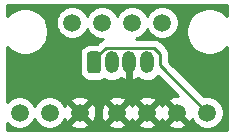
<source format=gbr>
%TF.GenerationSoftware,KiCad,Pcbnew,5.1.9-73d0e3b20d~88~ubuntu20.04.1*%
%TF.CreationDate,2020-12-28T16:44:42-08:00*%
%TF.ProjectId,ld06_adapter,6c643036-5f61-4646-9170-7465722e6b69,rev?*%
%TF.SameCoordinates,Original*%
%TF.FileFunction,Copper,L1,Top*%
%TF.FilePolarity,Positive*%
%FSLAX46Y46*%
G04 Gerber Fmt 4.6, Leading zero omitted, Abs format (unit mm)*
G04 Created by KiCad (PCBNEW 5.1.9-73d0e3b20d~88~ubuntu20.04.1) date 2020-12-28 16:44:42*
%MOMM*%
%LPD*%
G01*
G04 APERTURE LIST*
%TA.AperFunction,ComponentPad*%
%ADD10C,1.520000*%
%TD*%
%TA.AperFunction,ComponentPad*%
%ADD11O,1.170000X1.870000*%
%TD*%
%TA.AperFunction,Conductor*%
%ADD12C,0.250000*%
%TD*%
%TA.AperFunction,Conductor*%
%ADD13C,0.500000*%
%TD*%
%TA.AperFunction,Conductor*%
%ADD14C,0.254000*%
%TD*%
%TA.AperFunction,Conductor*%
%ADD15C,0.100000*%
%TD*%
G04 APERTURE END LIST*
D10*
%TO.P,CN1,11*%
%TO.N,/PWM*%
X103810000Y-96190000D03*
%TO.P,CN1,10*%
%TO.N,Net-(CN1-Pad10)*%
X101270000Y-96190000D03*
%TO.P,CN1,9*%
%TO.N,Net-(CN1-Pad9)*%
X98730000Y-96190000D03*
%TO.P,CN1,8*%
%TO.N,Net-(CN1-Pad8)*%
X96190000Y-96190000D03*
%TO.P,CN1,7*%
%TO.N,/TX*%
X107620000Y-103810000D03*
%TO.P,CN1,6*%
%TO.N,/GND*%
X105080000Y-103810000D03*
%TO.P,CN1,5*%
X102540000Y-103810000D03*
%TO.P,CN1,4*%
X100000000Y-103810000D03*
%TO.P,CN1,3*%
X96825000Y-103810000D03*
%TO.P,CN1,2*%
%TO.N,/5V*%
X94285000Y-103810000D03*
%TO.P,CN1,1*%
%TO.N,Net-(CN1-Pad1)*%
X91745000Y-103810000D03*
%TD*%
D11*
%TO.P,CN2,4*%
%TO.N,/5V*%
X102544000Y-99568000D03*
%TO.P,CN2,3*%
%TO.N,/GND*%
X101044000Y-99568000D03*
%TO.P,CN2,2*%
%TO.N,/PWM*%
X99544000Y-99568000D03*
%TO.P,CN2,1*%
%TO.N,/TX*%
%TA.AperFunction,ComponentPad*%
G36*
G01*
X97459000Y-100253001D02*
X97459000Y-98882999D01*
G75*
G02*
X97708999Y-98633000I249999J0D01*
G01*
X98379001Y-98633000D01*
G75*
G02*
X98629000Y-98882999I0J-249999D01*
G01*
X98629000Y-100253001D01*
G75*
G02*
X98379001Y-100503000I-249999J0D01*
G01*
X97708999Y-100503000D01*
G75*
G02*
X97459000Y-100253001I0J249999D01*
G01*
G37*
%TD.AperFunction*%
%TD*%
D12*
%TO.N,/TX*%
X103632000Y-98815990D02*
X103632000Y-99822000D01*
X103124000Y-98307990D02*
X103632000Y-98815990D01*
X99050010Y-98307990D02*
X103124000Y-98307990D01*
X103632000Y-99822000D02*
X107620000Y-103810000D01*
X98044000Y-99314000D02*
X99050010Y-98307990D01*
X98044000Y-99568000D02*
X98044000Y-99314000D01*
D13*
%TO.N,/GND*%
X98806000Y-102616000D02*
X100000000Y-103810000D01*
X98019000Y-102616000D02*
X98806000Y-102616000D01*
X96825000Y-103810000D02*
X98019000Y-102616000D01*
D12*
X104140000Y-102870000D02*
X105080000Y-103810000D01*
X103480000Y-102870000D02*
X104140000Y-102870000D01*
X102540000Y-103810000D02*
X103480000Y-102870000D01*
D13*
X101044000Y-102766000D02*
X100000000Y-103810000D01*
X101044000Y-99568000D02*
X101044000Y-102766000D01*
D12*
X101496000Y-102766000D02*
X102540000Y-103810000D01*
X101044000Y-102766000D02*
X101496000Y-102766000D01*
%TD*%
D14*
%TO.N,/GND*%
X109315000Y-95635285D02*
X109082864Y-95403149D01*
X108757750Y-95185915D01*
X108396503Y-95036282D01*
X108013005Y-94960000D01*
X107621995Y-94960000D01*
X107238497Y-95036282D01*
X106877250Y-95185915D01*
X106552136Y-95403149D01*
X106275649Y-95679636D01*
X106058415Y-96004750D01*
X105908782Y-96365997D01*
X105832500Y-96749495D01*
X105832500Y-97140505D01*
X105908782Y-97524003D01*
X106058415Y-97885250D01*
X106275649Y-98210364D01*
X106552136Y-98486851D01*
X106877250Y-98704085D01*
X107238497Y-98853718D01*
X107621995Y-98930000D01*
X108013005Y-98930000D01*
X108396503Y-98853718D01*
X108757750Y-98704085D01*
X109082864Y-98486851D01*
X109315000Y-98254715D01*
X109315001Y-105315000D01*
X90685000Y-105315000D01*
X90685000Y-104722828D01*
X90855739Y-104893567D01*
X91084220Y-105046233D01*
X91338093Y-105151391D01*
X91607604Y-105205000D01*
X91882396Y-105205000D01*
X92151907Y-105151391D01*
X92405780Y-105046233D01*
X92634261Y-104893567D01*
X92828567Y-104699261D01*
X92981233Y-104470780D01*
X93015000Y-104389260D01*
X93048767Y-104470780D01*
X93201433Y-104699261D01*
X93395739Y-104893567D01*
X93624220Y-105046233D01*
X93878093Y-105151391D01*
X94147604Y-105205000D01*
X94422396Y-105205000D01*
X94691907Y-105151391D01*
X94945780Y-105046233D01*
X95174261Y-104893567D01*
X95293691Y-104774137D01*
X96040469Y-104774137D01*
X96107206Y-105014025D01*
X96355892Y-105130924D01*
X96622606Y-105197061D01*
X96897097Y-105209895D01*
X97168817Y-105168931D01*
X97427326Y-105075744D01*
X97542794Y-105014025D01*
X97609531Y-104774137D01*
X99215469Y-104774137D01*
X99282206Y-105014025D01*
X99530892Y-105130924D01*
X99797606Y-105197061D01*
X100072097Y-105209895D01*
X100343817Y-105168931D01*
X100602326Y-105075744D01*
X100717794Y-105014025D01*
X100784531Y-104774137D01*
X101755469Y-104774137D01*
X101822206Y-105014025D01*
X102070892Y-105130924D01*
X102337606Y-105197061D01*
X102612097Y-105209895D01*
X102883817Y-105168931D01*
X103142326Y-105075744D01*
X103257794Y-105014025D01*
X103324531Y-104774137D01*
X104295469Y-104774137D01*
X104362206Y-105014025D01*
X104610892Y-105130924D01*
X104877606Y-105197061D01*
X105152097Y-105209895D01*
X105423817Y-105168931D01*
X105682326Y-105075744D01*
X105797794Y-105014025D01*
X105864531Y-104774137D01*
X105080000Y-103989605D01*
X104295469Y-104774137D01*
X103324531Y-104774137D01*
X102540000Y-103989605D01*
X101755469Y-104774137D01*
X100784531Y-104774137D01*
X100000000Y-103989605D01*
X99215469Y-104774137D01*
X97609531Y-104774137D01*
X96825000Y-103989605D01*
X96040469Y-104774137D01*
X95293691Y-104774137D01*
X95368567Y-104699261D01*
X95521233Y-104470780D01*
X95552830Y-104394499D01*
X95559256Y-104412326D01*
X95620975Y-104527794D01*
X95860863Y-104594531D01*
X96645395Y-103810000D01*
X97004605Y-103810000D01*
X97789137Y-104594531D01*
X98029025Y-104527794D01*
X98145924Y-104279108D01*
X98212061Y-104012394D01*
X98218153Y-103882097D01*
X98600105Y-103882097D01*
X98641069Y-104153817D01*
X98734256Y-104412326D01*
X98795975Y-104527794D01*
X99035863Y-104594531D01*
X99820395Y-103810000D01*
X100179605Y-103810000D01*
X100964137Y-104594531D01*
X101204025Y-104527794D01*
X101267332Y-104393118D01*
X101274256Y-104412326D01*
X101335975Y-104527794D01*
X101575863Y-104594531D01*
X102360395Y-103810000D01*
X102719605Y-103810000D01*
X103504137Y-104594531D01*
X103744025Y-104527794D01*
X103807332Y-104393118D01*
X103814256Y-104412326D01*
X103875975Y-104527794D01*
X104115863Y-104594531D01*
X104900395Y-103810000D01*
X104115863Y-103025469D01*
X103875975Y-103092206D01*
X103812668Y-103226882D01*
X103805744Y-103207674D01*
X103744025Y-103092206D01*
X103504137Y-103025469D01*
X102719605Y-103810000D01*
X102360395Y-103810000D01*
X101575863Y-103025469D01*
X101335975Y-103092206D01*
X101272668Y-103226882D01*
X101265744Y-103207674D01*
X101204025Y-103092206D01*
X100964137Y-103025469D01*
X100179605Y-103810000D01*
X99820395Y-103810000D01*
X99035863Y-103025469D01*
X98795975Y-103092206D01*
X98679076Y-103340892D01*
X98612939Y-103607606D01*
X98600105Y-103882097D01*
X98218153Y-103882097D01*
X98224895Y-103737903D01*
X98183931Y-103466183D01*
X98090744Y-103207674D01*
X98029025Y-103092206D01*
X97789137Y-103025469D01*
X97004605Y-103810000D01*
X96645395Y-103810000D01*
X95860863Y-103025469D01*
X95620975Y-103092206D01*
X95555400Y-103231707D01*
X95521233Y-103149220D01*
X95368567Y-102920739D01*
X95293691Y-102845863D01*
X96040469Y-102845863D01*
X96825000Y-103630395D01*
X97609531Y-102845863D01*
X99215469Y-102845863D01*
X100000000Y-103630395D01*
X100784531Y-102845863D01*
X101755469Y-102845863D01*
X102540000Y-103630395D01*
X103324531Y-102845863D01*
X103257794Y-102605975D01*
X103009108Y-102489076D01*
X102742394Y-102422939D01*
X102467903Y-102410105D01*
X102196183Y-102451069D01*
X101937674Y-102544256D01*
X101822206Y-102605975D01*
X101755469Y-102845863D01*
X100784531Y-102845863D01*
X100717794Y-102605975D01*
X100469108Y-102489076D01*
X100202394Y-102422939D01*
X99927903Y-102410105D01*
X99656183Y-102451069D01*
X99397674Y-102544256D01*
X99282206Y-102605975D01*
X99215469Y-102845863D01*
X97609531Y-102845863D01*
X97542794Y-102605975D01*
X97294108Y-102489076D01*
X97027394Y-102422939D01*
X96752903Y-102410105D01*
X96481183Y-102451069D01*
X96222674Y-102544256D01*
X96107206Y-102605975D01*
X96040469Y-102845863D01*
X95293691Y-102845863D01*
X95174261Y-102726433D01*
X94945780Y-102573767D01*
X94691907Y-102468609D01*
X94422396Y-102415000D01*
X94147604Y-102415000D01*
X93878093Y-102468609D01*
X93624220Y-102573767D01*
X93395739Y-102726433D01*
X93201433Y-102920739D01*
X93048767Y-103149220D01*
X93015000Y-103230740D01*
X92981233Y-103149220D01*
X92828567Y-102920739D01*
X92634261Y-102726433D01*
X92405780Y-102573767D01*
X92151907Y-102468609D01*
X91882396Y-102415000D01*
X91607604Y-102415000D01*
X91338093Y-102468609D01*
X91084220Y-102573767D01*
X90855739Y-102726433D01*
X90685000Y-102897172D01*
X90685000Y-98254715D01*
X90917136Y-98486851D01*
X91242250Y-98704085D01*
X91603497Y-98853718D01*
X91986995Y-98930000D01*
X92378005Y-98930000D01*
X92761503Y-98853718D01*
X93122750Y-98704085D01*
X93447864Y-98486851D01*
X93724351Y-98210364D01*
X93941585Y-97885250D01*
X94091218Y-97524003D01*
X94167500Y-97140505D01*
X94167500Y-96749495D01*
X94091218Y-96365997D01*
X93961407Y-96052604D01*
X94795000Y-96052604D01*
X94795000Y-96327396D01*
X94848609Y-96596907D01*
X94953767Y-96850780D01*
X95106433Y-97079261D01*
X95300739Y-97273567D01*
X95529220Y-97426233D01*
X95783093Y-97531391D01*
X96052604Y-97585000D01*
X96327396Y-97585000D01*
X96596907Y-97531391D01*
X96850780Y-97426233D01*
X97079261Y-97273567D01*
X97273567Y-97079261D01*
X97426233Y-96850780D01*
X97460000Y-96769260D01*
X97493767Y-96850780D01*
X97646433Y-97079261D01*
X97840739Y-97273567D01*
X98069220Y-97426233D01*
X98323093Y-97531391D01*
X98592604Y-97585000D01*
X98815269Y-97585000D01*
X98757763Y-97602444D01*
X98625733Y-97673016D01*
X98542093Y-97741658D01*
X98510009Y-97767989D01*
X98486211Y-97796987D01*
X98288270Y-97994928D01*
X97708999Y-97994928D01*
X97535745Y-98011992D01*
X97369149Y-98062528D01*
X97215613Y-98144595D01*
X97081038Y-98255038D01*
X96970595Y-98389613D01*
X96888528Y-98543149D01*
X96837992Y-98709745D01*
X96820928Y-98882999D01*
X96820928Y-100253001D01*
X96837992Y-100426255D01*
X96888528Y-100592851D01*
X96970595Y-100746387D01*
X97081038Y-100880962D01*
X97215613Y-100991405D01*
X97369149Y-101073472D01*
X97535745Y-101124008D01*
X97708999Y-101141072D01*
X98379001Y-101141072D01*
X98552255Y-101124008D01*
X98718851Y-101073472D01*
X98872387Y-100991405D01*
X98908579Y-100961703D01*
X99074868Y-101050587D01*
X99304839Y-101120348D01*
X99544000Y-101143903D01*
X99783162Y-101120348D01*
X100013133Y-101050587D01*
X100225075Y-100937301D01*
X100290735Y-100883415D01*
X100471801Y-101002952D01*
X100694459Y-101093735D01*
X100728750Y-101096566D01*
X100917000Y-100971624D01*
X100917000Y-99695000D01*
X100897000Y-99695000D01*
X100897000Y-99441000D01*
X100917000Y-99441000D01*
X100917000Y-99421000D01*
X101171000Y-99421000D01*
X101171000Y-99441000D01*
X101191000Y-99441000D01*
X101191000Y-99695000D01*
X101171000Y-99695000D01*
X101171000Y-100971624D01*
X101359250Y-101096566D01*
X101393541Y-101093735D01*
X101616199Y-101002952D01*
X101797266Y-100883415D01*
X101862926Y-100937301D01*
X102074868Y-101050587D01*
X102304839Y-101120348D01*
X102544000Y-101143903D01*
X102783162Y-101120348D01*
X103013133Y-101050587D01*
X103225075Y-100937301D01*
X103410844Y-100784844D01*
X103460066Y-100724867D01*
X105152043Y-102416844D01*
X105007903Y-102410105D01*
X104736183Y-102451069D01*
X104477674Y-102544256D01*
X104362206Y-102605975D01*
X104295469Y-102845863D01*
X105080000Y-103630395D01*
X105094142Y-103616252D01*
X105273748Y-103795858D01*
X105259605Y-103810000D01*
X106044137Y-104594531D01*
X106284025Y-104527794D01*
X106349600Y-104388293D01*
X106383767Y-104470780D01*
X106536433Y-104699261D01*
X106730739Y-104893567D01*
X106959220Y-105046233D01*
X107213093Y-105151391D01*
X107482604Y-105205000D01*
X107757396Y-105205000D01*
X108026907Y-105151391D01*
X108280780Y-105046233D01*
X108509261Y-104893567D01*
X108703567Y-104699261D01*
X108856233Y-104470780D01*
X108961391Y-104216907D01*
X109015000Y-103947396D01*
X109015000Y-103672604D01*
X108961391Y-103403093D01*
X108856233Y-103149220D01*
X108703567Y-102920739D01*
X108509261Y-102726433D01*
X108280780Y-102573767D01*
X108026907Y-102468609D01*
X107757396Y-102415000D01*
X107482604Y-102415000D01*
X107330131Y-102445329D01*
X104392000Y-99507199D01*
X104392000Y-98853312D01*
X104395676Y-98815989D01*
X104392000Y-98778666D01*
X104392000Y-98778657D01*
X104381003Y-98667004D01*
X104337546Y-98523743D01*
X104266974Y-98391714D01*
X104172001Y-98275989D01*
X104143003Y-98252192D01*
X103687803Y-97796992D01*
X103664001Y-97767989D01*
X103548276Y-97673016D01*
X103416247Y-97602444D01*
X103272986Y-97558987D01*
X103161333Y-97547990D01*
X103161322Y-97547990D01*
X103124000Y-97544314D01*
X103086678Y-97547990D01*
X101593458Y-97547990D01*
X101676907Y-97531391D01*
X101930780Y-97426233D01*
X102159261Y-97273567D01*
X102353567Y-97079261D01*
X102506233Y-96850780D01*
X102540000Y-96769260D01*
X102573767Y-96850780D01*
X102726433Y-97079261D01*
X102920739Y-97273567D01*
X103149220Y-97426233D01*
X103403093Y-97531391D01*
X103672604Y-97585000D01*
X103947396Y-97585000D01*
X104216907Y-97531391D01*
X104470780Y-97426233D01*
X104699261Y-97273567D01*
X104893567Y-97079261D01*
X105046233Y-96850780D01*
X105151391Y-96596907D01*
X105205000Y-96327396D01*
X105205000Y-96052604D01*
X105151391Y-95783093D01*
X105046233Y-95529220D01*
X104893567Y-95300739D01*
X104699261Y-95106433D01*
X104470780Y-94953767D01*
X104216907Y-94848609D01*
X103947396Y-94795000D01*
X103672604Y-94795000D01*
X103403093Y-94848609D01*
X103149220Y-94953767D01*
X102920739Y-95106433D01*
X102726433Y-95300739D01*
X102573767Y-95529220D01*
X102540000Y-95610740D01*
X102506233Y-95529220D01*
X102353567Y-95300739D01*
X102159261Y-95106433D01*
X101930780Y-94953767D01*
X101676907Y-94848609D01*
X101407396Y-94795000D01*
X101132604Y-94795000D01*
X100863093Y-94848609D01*
X100609220Y-94953767D01*
X100380739Y-95106433D01*
X100186433Y-95300739D01*
X100033767Y-95529220D01*
X100000000Y-95610740D01*
X99966233Y-95529220D01*
X99813567Y-95300739D01*
X99619261Y-95106433D01*
X99390780Y-94953767D01*
X99136907Y-94848609D01*
X98867396Y-94795000D01*
X98592604Y-94795000D01*
X98323093Y-94848609D01*
X98069220Y-94953767D01*
X97840739Y-95106433D01*
X97646433Y-95300739D01*
X97493767Y-95529220D01*
X97460000Y-95610740D01*
X97426233Y-95529220D01*
X97273567Y-95300739D01*
X97079261Y-95106433D01*
X96850780Y-94953767D01*
X96596907Y-94848609D01*
X96327396Y-94795000D01*
X96052604Y-94795000D01*
X95783093Y-94848609D01*
X95529220Y-94953767D01*
X95300739Y-95106433D01*
X95106433Y-95300739D01*
X94953767Y-95529220D01*
X94848609Y-95783093D01*
X94795000Y-96052604D01*
X93961407Y-96052604D01*
X93941585Y-96004750D01*
X93724351Y-95679636D01*
X93447864Y-95403149D01*
X93122750Y-95185915D01*
X92761503Y-95036282D01*
X92378005Y-94960000D01*
X91986995Y-94960000D01*
X91603497Y-95036282D01*
X91242250Y-95185915D01*
X90917136Y-95403149D01*
X90685000Y-95635285D01*
X90685000Y-94685000D01*
X109315000Y-94685000D01*
X109315000Y-95635285D01*
%TA.AperFunction,Conductor*%
D15*
G36*
X109315000Y-95635285D02*
G01*
X109082864Y-95403149D01*
X108757750Y-95185915D01*
X108396503Y-95036282D01*
X108013005Y-94960000D01*
X107621995Y-94960000D01*
X107238497Y-95036282D01*
X106877250Y-95185915D01*
X106552136Y-95403149D01*
X106275649Y-95679636D01*
X106058415Y-96004750D01*
X105908782Y-96365997D01*
X105832500Y-96749495D01*
X105832500Y-97140505D01*
X105908782Y-97524003D01*
X106058415Y-97885250D01*
X106275649Y-98210364D01*
X106552136Y-98486851D01*
X106877250Y-98704085D01*
X107238497Y-98853718D01*
X107621995Y-98930000D01*
X108013005Y-98930000D01*
X108396503Y-98853718D01*
X108757750Y-98704085D01*
X109082864Y-98486851D01*
X109315000Y-98254715D01*
X109315001Y-105315000D01*
X90685000Y-105315000D01*
X90685000Y-104722828D01*
X90855739Y-104893567D01*
X91084220Y-105046233D01*
X91338093Y-105151391D01*
X91607604Y-105205000D01*
X91882396Y-105205000D01*
X92151907Y-105151391D01*
X92405780Y-105046233D01*
X92634261Y-104893567D01*
X92828567Y-104699261D01*
X92981233Y-104470780D01*
X93015000Y-104389260D01*
X93048767Y-104470780D01*
X93201433Y-104699261D01*
X93395739Y-104893567D01*
X93624220Y-105046233D01*
X93878093Y-105151391D01*
X94147604Y-105205000D01*
X94422396Y-105205000D01*
X94691907Y-105151391D01*
X94945780Y-105046233D01*
X95174261Y-104893567D01*
X95293691Y-104774137D01*
X96040469Y-104774137D01*
X96107206Y-105014025D01*
X96355892Y-105130924D01*
X96622606Y-105197061D01*
X96897097Y-105209895D01*
X97168817Y-105168931D01*
X97427326Y-105075744D01*
X97542794Y-105014025D01*
X97609531Y-104774137D01*
X99215469Y-104774137D01*
X99282206Y-105014025D01*
X99530892Y-105130924D01*
X99797606Y-105197061D01*
X100072097Y-105209895D01*
X100343817Y-105168931D01*
X100602326Y-105075744D01*
X100717794Y-105014025D01*
X100784531Y-104774137D01*
X101755469Y-104774137D01*
X101822206Y-105014025D01*
X102070892Y-105130924D01*
X102337606Y-105197061D01*
X102612097Y-105209895D01*
X102883817Y-105168931D01*
X103142326Y-105075744D01*
X103257794Y-105014025D01*
X103324531Y-104774137D01*
X104295469Y-104774137D01*
X104362206Y-105014025D01*
X104610892Y-105130924D01*
X104877606Y-105197061D01*
X105152097Y-105209895D01*
X105423817Y-105168931D01*
X105682326Y-105075744D01*
X105797794Y-105014025D01*
X105864531Y-104774137D01*
X105080000Y-103989605D01*
X104295469Y-104774137D01*
X103324531Y-104774137D01*
X102540000Y-103989605D01*
X101755469Y-104774137D01*
X100784531Y-104774137D01*
X100000000Y-103989605D01*
X99215469Y-104774137D01*
X97609531Y-104774137D01*
X96825000Y-103989605D01*
X96040469Y-104774137D01*
X95293691Y-104774137D01*
X95368567Y-104699261D01*
X95521233Y-104470780D01*
X95552830Y-104394499D01*
X95559256Y-104412326D01*
X95620975Y-104527794D01*
X95860863Y-104594531D01*
X96645395Y-103810000D01*
X97004605Y-103810000D01*
X97789137Y-104594531D01*
X98029025Y-104527794D01*
X98145924Y-104279108D01*
X98212061Y-104012394D01*
X98218153Y-103882097D01*
X98600105Y-103882097D01*
X98641069Y-104153817D01*
X98734256Y-104412326D01*
X98795975Y-104527794D01*
X99035863Y-104594531D01*
X99820395Y-103810000D01*
X100179605Y-103810000D01*
X100964137Y-104594531D01*
X101204025Y-104527794D01*
X101267332Y-104393118D01*
X101274256Y-104412326D01*
X101335975Y-104527794D01*
X101575863Y-104594531D01*
X102360395Y-103810000D01*
X102719605Y-103810000D01*
X103504137Y-104594531D01*
X103744025Y-104527794D01*
X103807332Y-104393118D01*
X103814256Y-104412326D01*
X103875975Y-104527794D01*
X104115863Y-104594531D01*
X104900395Y-103810000D01*
X104115863Y-103025469D01*
X103875975Y-103092206D01*
X103812668Y-103226882D01*
X103805744Y-103207674D01*
X103744025Y-103092206D01*
X103504137Y-103025469D01*
X102719605Y-103810000D01*
X102360395Y-103810000D01*
X101575863Y-103025469D01*
X101335975Y-103092206D01*
X101272668Y-103226882D01*
X101265744Y-103207674D01*
X101204025Y-103092206D01*
X100964137Y-103025469D01*
X100179605Y-103810000D01*
X99820395Y-103810000D01*
X99035863Y-103025469D01*
X98795975Y-103092206D01*
X98679076Y-103340892D01*
X98612939Y-103607606D01*
X98600105Y-103882097D01*
X98218153Y-103882097D01*
X98224895Y-103737903D01*
X98183931Y-103466183D01*
X98090744Y-103207674D01*
X98029025Y-103092206D01*
X97789137Y-103025469D01*
X97004605Y-103810000D01*
X96645395Y-103810000D01*
X95860863Y-103025469D01*
X95620975Y-103092206D01*
X95555400Y-103231707D01*
X95521233Y-103149220D01*
X95368567Y-102920739D01*
X95293691Y-102845863D01*
X96040469Y-102845863D01*
X96825000Y-103630395D01*
X97609531Y-102845863D01*
X99215469Y-102845863D01*
X100000000Y-103630395D01*
X100784531Y-102845863D01*
X101755469Y-102845863D01*
X102540000Y-103630395D01*
X103324531Y-102845863D01*
X103257794Y-102605975D01*
X103009108Y-102489076D01*
X102742394Y-102422939D01*
X102467903Y-102410105D01*
X102196183Y-102451069D01*
X101937674Y-102544256D01*
X101822206Y-102605975D01*
X101755469Y-102845863D01*
X100784531Y-102845863D01*
X100717794Y-102605975D01*
X100469108Y-102489076D01*
X100202394Y-102422939D01*
X99927903Y-102410105D01*
X99656183Y-102451069D01*
X99397674Y-102544256D01*
X99282206Y-102605975D01*
X99215469Y-102845863D01*
X97609531Y-102845863D01*
X97542794Y-102605975D01*
X97294108Y-102489076D01*
X97027394Y-102422939D01*
X96752903Y-102410105D01*
X96481183Y-102451069D01*
X96222674Y-102544256D01*
X96107206Y-102605975D01*
X96040469Y-102845863D01*
X95293691Y-102845863D01*
X95174261Y-102726433D01*
X94945780Y-102573767D01*
X94691907Y-102468609D01*
X94422396Y-102415000D01*
X94147604Y-102415000D01*
X93878093Y-102468609D01*
X93624220Y-102573767D01*
X93395739Y-102726433D01*
X93201433Y-102920739D01*
X93048767Y-103149220D01*
X93015000Y-103230740D01*
X92981233Y-103149220D01*
X92828567Y-102920739D01*
X92634261Y-102726433D01*
X92405780Y-102573767D01*
X92151907Y-102468609D01*
X91882396Y-102415000D01*
X91607604Y-102415000D01*
X91338093Y-102468609D01*
X91084220Y-102573767D01*
X90855739Y-102726433D01*
X90685000Y-102897172D01*
X90685000Y-98254715D01*
X90917136Y-98486851D01*
X91242250Y-98704085D01*
X91603497Y-98853718D01*
X91986995Y-98930000D01*
X92378005Y-98930000D01*
X92761503Y-98853718D01*
X93122750Y-98704085D01*
X93447864Y-98486851D01*
X93724351Y-98210364D01*
X93941585Y-97885250D01*
X94091218Y-97524003D01*
X94167500Y-97140505D01*
X94167500Y-96749495D01*
X94091218Y-96365997D01*
X93961407Y-96052604D01*
X94795000Y-96052604D01*
X94795000Y-96327396D01*
X94848609Y-96596907D01*
X94953767Y-96850780D01*
X95106433Y-97079261D01*
X95300739Y-97273567D01*
X95529220Y-97426233D01*
X95783093Y-97531391D01*
X96052604Y-97585000D01*
X96327396Y-97585000D01*
X96596907Y-97531391D01*
X96850780Y-97426233D01*
X97079261Y-97273567D01*
X97273567Y-97079261D01*
X97426233Y-96850780D01*
X97460000Y-96769260D01*
X97493767Y-96850780D01*
X97646433Y-97079261D01*
X97840739Y-97273567D01*
X98069220Y-97426233D01*
X98323093Y-97531391D01*
X98592604Y-97585000D01*
X98815269Y-97585000D01*
X98757763Y-97602444D01*
X98625733Y-97673016D01*
X98542093Y-97741658D01*
X98510009Y-97767989D01*
X98486211Y-97796987D01*
X98288270Y-97994928D01*
X97708999Y-97994928D01*
X97535745Y-98011992D01*
X97369149Y-98062528D01*
X97215613Y-98144595D01*
X97081038Y-98255038D01*
X96970595Y-98389613D01*
X96888528Y-98543149D01*
X96837992Y-98709745D01*
X96820928Y-98882999D01*
X96820928Y-100253001D01*
X96837992Y-100426255D01*
X96888528Y-100592851D01*
X96970595Y-100746387D01*
X97081038Y-100880962D01*
X97215613Y-100991405D01*
X97369149Y-101073472D01*
X97535745Y-101124008D01*
X97708999Y-101141072D01*
X98379001Y-101141072D01*
X98552255Y-101124008D01*
X98718851Y-101073472D01*
X98872387Y-100991405D01*
X98908579Y-100961703D01*
X99074868Y-101050587D01*
X99304839Y-101120348D01*
X99544000Y-101143903D01*
X99783162Y-101120348D01*
X100013133Y-101050587D01*
X100225075Y-100937301D01*
X100290735Y-100883415D01*
X100471801Y-101002952D01*
X100694459Y-101093735D01*
X100728750Y-101096566D01*
X100917000Y-100971624D01*
X100917000Y-99695000D01*
X100897000Y-99695000D01*
X100897000Y-99441000D01*
X100917000Y-99441000D01*
X100917000Y-99421000D01*
X101171000Y-99421000D01*
X101171000Y-99441000D01*
X101191000Y-99441000D01*
X101191000Y-99695000D01*
X101171000Y-99695000D01*
X101171000Y-100971624D01*
X101359250Y-101096566D01*
X101393541Y-101093735D01*
X101616199Y-101002952D01*
X101797266Y-100883415D01*
X101862926Y-100937301D01*
X102074868Y-101050587D01*
X102304839Y-101120348D01*
X102544000Y-101143903D01*
X102783162Y-101120348D01*
X103013133Y-101050587D01*
X103225075Y-100937301D01*
X103410844Y-100784844D01*
X103460066Y-100724867D01*
X105152043Y-102416844D01*
X105007903Y-102410105D01*
X104736183Y-102451069D01*
X104477674Y-102544256D01*
X104362206Y-102605975D01*
X104295469Y-102845863D01*
X105080000Y-103630395D01*
X105094142Y-103616252D01*
X105273748Y-103795858D01*
X105259605Y-103810000D01*
X106044137Y-104594531D01*
X106284025Y-104527794D01*
X106349600Y-104388293D01*
X106383767Y-104470780D01*
X106536433Y-104699261D01*
X106730739Y-104893567D01*
X106959220Y-105046233D01*
X107213093Y-105151391D01*
X107482604Y-105205000D01*
X107757396Y-105205000D01*
X108026907Y-105151391D01*
X108280780Y-105046233D01*
X108509261Y-104893567D01*
X108703567Y-104699261D01*
X108856233Y-104470780D01*
X108961391Y-104216907D01*
X109015000Y-103947396D01*
X109015000Y-103672604D01*
X108961391Y-103403093D01*
X108856233Y-103149220D01*
X108703567Y-102920739D01*
X108509261Y-102726433D01*
X108280780Y-102573767D01*
X108026907Y-102468609D01*
X107757396Y-102415000D01*
X107482604Y-102415000D01*
X107330131Y-102445329D01*
X104392000Y-99507199D01*
X104392000Y-98853312D01*
X104395676Y-98815989D01*
X104392000Y-98778666D01*
X104392000Y-98778657D01*
X104381003Y-98667004D01*
X104337546Y-98523743D01*
X104266974Y-98391714D01*
X104172001Y-98275989D01*
X104143003Y-98252192D01*
X103687803Y-97796992D01*
X103664001Y-97767989D01*
X103548276Y-97673016D01*
X103416247Y-97602444D01*
X103272986Y-97558987D01*
X103161333Y-97547990D01*
X103161322Y-97547990D01*
X103124000Y-97544314D01*
X103086678Y-97547990D01*
X101593458Y-97547990D01*
X101676907Y-97531391D01*
X101930780Y-97426233D01*
X102159261Y-97273567D01*
X102353567Y-97079261D01*
X102506233Y-96850780D01*
X102540000Y-96769260D01*
X102573767Y-96850780D01*
X102726433Y-97079261D01*
X102920739Y-97273567D01*
X103149220Y-97426233D01*
X103403093Y-97531391D01*
X103672604Y-97585000D01*
X103947396Y-97585000D01*
X104216907Y-97531391D01*
X104470780Y-97426233D01*
X104699261Y-97273567D01*
X104893567Y-97079261D01*
X105046233Y-96850780D01*
X105151391Y-96596907D01*
X105205000Y-96327396D01*
X105205000Y-96052604D01*
X105151391Y-95783093D01*
X105046233Y-95529220D01*
X104893567Y-95300739D01*
X104699261Y-95106433D01*
X104470780Y-94953767D01*
X104216907Y-94848609D01*
X103947396Y-94795000D01*
X103672604Y-94795000D01*
X103403093Y-94848609D01*
X103149220Y-94953767D01*
X102920739Y-95106433D01*
X102726433Y-95300739D01*
X102573767Y-95529220D01*
X102540000Y-95610740D01*
X102506233Y-95529220D01*
X102353567Y-95300739D01*
X102159261Y-95106433D01*
X101930780Y-94953767D01*
X101676907Y-94848609D01*
X101407396Y-94795000D01*
X101132604Y-94795000D01*
X100863093Y-94848609D01*
X100609220Y-94953767D01*
X100380739Y-95106433D01*
X100186433Y-95300739D01*
X100033767Y-95529220D01*
X100000000Y-95610740D01*
X99966233Y-95529220D01*
X99813567Y-95300739D01*
X99619261Y-95106433D01*
X99390780Y-94953767D01*
X99136907Y-94848609D01*
X98867396Y-94795000D01*
X98592604Y-94795000D01*
X98323093Y-94848609D01*
X98069220Y-94953767D01*
X97840739Y-95106433D01*
X97646433Y-95300739D01*
X97493767Y-95529220D01*
X97460000Y-95610740D01*
X97426233Y-95529220D01*
X97273567Y-95300739D01*
X97079261Y-95106433D01*
X96850780Y-94953767D01*
X96596907Y-94848609D01*
X96327396Y-94795000D01*
X96052604Y-94795000D01*
X95783093Y-94848609D01*
X95529220Y-94953767D01*
X95300739Y-95106433D01*
X95106433Y-95300739D01*
X94953767Y-95529220D01*
X94848609Y-95783093D01*
X94795000Y-96052604D01*
X93961407Y-96052604D01*
X93941585Y-96004750D01*
X93724351Y-95679636D01*
X93447864Y-95403149D01*
X93122750Y-95185915D01*
X92761503Y-95036282D01*
X92378005Y-94960000D01*
X91986995Y-94960000D01*
X91603497Y-95036282D01*
X91242250Y-95185915D01*
X90917136Y-95403149D01*
X90685000Y-95635285D01*
X90685000Y-94685000D01*
X109315000Y-94685000D01*
X109315000Y-95635285D01*
G37*
%TD.AperFunction*%
%TD*%
M02*

</source>
